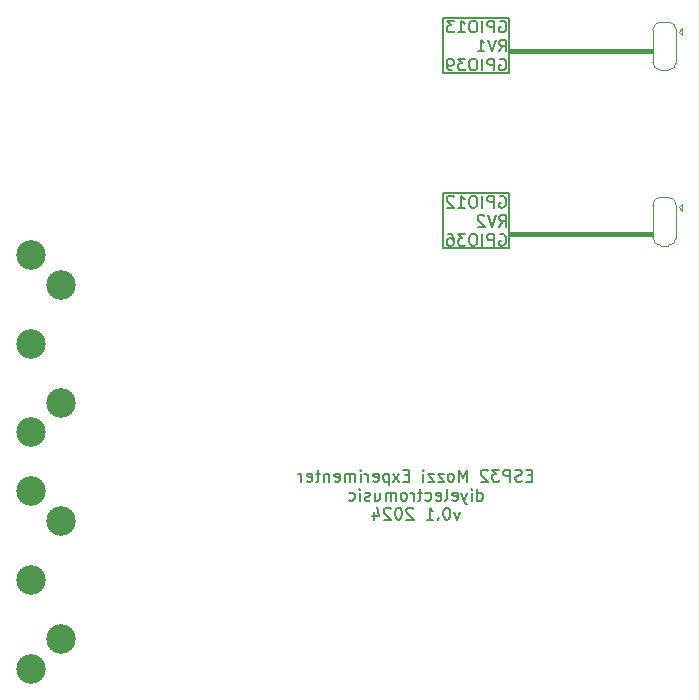
<source format=gbr>
%TF.GenerationSoftware,KiCad,Pcbnew,8.0.5*%
%TF.CreationDate,2024-11-21T14:48:29+00:00*%
%TF.ProjectId,ESP32MozziExperimenterShield,45535033-324d-46f7-9a7a-694578706572,rev?*%
%TF.SameCoordinates,Original*%
%TF.FileFunction,Legend,Bot*%
%TF.FilePolarity,Positive*%
%FSLAX46Y46*%
G04 Gerber Fmt 4.6, Leading zero omitted, Abs format (unit mm)*
G04 Created by KiCad (PCBNEW 8.0.5) date 2024-11-21 14:48:29*
%MOMM*%
%LPD*%
G01*
G04 APERTURE LIST*
%ADD10C,0.400000*%
%ADD11C,0.150000*%
%ADD12C,0.120000*%
%ADD13C,2.499360*%
G04 APERTURE END LIST*
D10*
X114970000Y-58180000D02*
X103070000Y-58180000D01*
D11*
X97310000Y-70230000D02*
X102950000Y-70230000D01*
X102950000Y-74920000D01*
X97310000Y-74920000D01*
X97310000Y-70230000D01*
X97310000Y-55400000D02*
X102950000Y-55400000D01*
X102950000Y-60090000D01*
X97310000Y-60090000D01*
X97310000Y-55400000D01*
D10*
X114970000Y-73670000D02*
X103070000Y-73670000D01*
D11*
X104883333Y-94136121D02*
X104550000Y-94136121D01*
X104407143Y-94659931D02*
X104883333Y-94659931D01*
X104883333Y-94659931D02*
X104883333Y-93659931D01*
X104883333Y-93659931D02*
X104407143Y-93659931D01*
X104026190Y-94612312D02*
X103883333Y-94659931D01*
X103883333Y-94659931D02*
X103645238Y-94659931D01*
X103645238Y-94659931D02*
X103550000Y-94612312D01*
X103550000Y-94612312D02*
X103502381Y-94564692D01*
X103502381Y-94564692D02*
X103454762Y-94469454D01*
X103454762Y-94469454D02*
X103454762Y-94374216D01*
X103454762Y-94374216D02*
X103502381Y-94278978D01*
X103502381Y-94278978D02*
X103550000Y-94231359D01*
X103550000Y-94231359D02*
X103645238Y-94183740D01*
X103645238Y-94183740D02*
X103835714Y-94136121D01*
X103835714Y-94136121D02*
X103930952Y-94088502D01*
X103930952Y-94088502D02*
X103978571Y-94040883D01*
X103978571Y-94040883D02*
X104026190Y-93945645D01*
X104026190Y-93945645D02*
X104026190Y-93850407D01*
X104026190Y-93850407D02*
X103978571Y-93755169D01*
X103978571Y-93755169D02*
X103930952Y-93707550D01*
X103930952Y-93707550D02*
X103835714Y-93659931D01*
X103835714Y-93659931D02*
X103597619Y-93659931D01*
X103597619Y-93659931D02*
X103454762Y-93707550D01*
X103026190Y-94659931D02*
X103026190Y-93659931D01*
X103026190Y-93659931D02*
X102645238Y-93659931D01*
X102645238Y-93659931D02*
X102550000Y-93707550D01*
X102550000Y-93707550D02*
X102502381Y-93755169D01*
X102502381Y-93755169D02*
X102454762Y-93850407D01*
X102454762Y-93850407D02*
X102454762Y-93993264D01*
X102454762Y-93993264D02*
X102502381Y-94088502D01*
X102502381Y-94088502D02*
X102550000Y-94136121D01*
X102550000Y-94136121D02*
X102645238Y-94183740D01*
X102645238Y-94183740D02*
X103026190Y-94183740D01*
X102121428Y-93659931D02*
X101502381Y-93659931D01*
X101502381Y-93659931D02*
X101835714Y-94040883D01*
X101835714Y-94040883D02*
X101692857Y-94040883D01*
X101692857Y-94040883D02*
X101597619Y-94088502D01*
X101597619Y-94088502D02*
X101550000Y-94136121D01*
X101550000Y-94136121D02*
X101502381Y-94231359D01*
X101502381Y-94231359D02*
X101502381Y-94469454D01*
X101502381Y-94469454D02*
X101550000Y-94564692D01*
X101550000Y-94564692D02*
X101597619Y-94612312D01*
X101597619Y-94612312D02*
X101692857Y-94659931D01*
X101692857Y-94659931D02*
X101978571Y-94659931D01*
X101978571Y-94659931D02*
X102073809Y-94612312D01*
X102073809Y-94612312D02*
X102121428Y-94564692D01*
X101121428Y-93755169D02*
X101073809Y-93707550D01*
X101073809Y-93707550D02*
X100978571Y-93659931D01*
X100978571Y-93659931D02*
X100740476Y-93659931D01*
X100740476Y-93659931D02*
X100645238Y-93707550D01*
X100645238Y-93707550D02*
X100597619Y-93755169D01*
X100597619Y-93755169D02*
X100550000Y-93850407D01*
X100550000Y-93850407D02*
X100550000Y-93945645D01*
X100550000Y-93945645D02*
X100597619Y-94088502D01*
X100597619Y-94088502D02*
X101169047Y-94659931D01*
X101169047Y-94659931D02*
X100550000Y-94659931D01*
X99359523Y-94659931D02*
X99359523Y-93659931D01*
X99359523Y-93659931D02*
X99026190Y-94374216D01*
X99026190Y-94374216D02*
X98692857Y-93659931D01*
X98692857Y-93659931D02*
X98692857Y-94659931D01*
X98073809Y-94659931D02*
X98169047Y-94612312D01*
X98169047Y-94612312D02*
X98216666Y-94564692D01*
X98216666Y-94564692D02*
X98264285Y-94469454D01*
X98264285Y-94469454D02*
X98264285Y-94183740D01*
X98264285Y-94183740D02*
X98216666Y-94088502D01*
X98216666Y-94088502D02*
X98169047Y-94040883D01*
X98169047Y-94040883D02*
X98073809Y-93993264D01*
X98073809Y-93993264D02*
X97930952Y-93993264D01*
X97930952Y-93993264D02*
X97835714Y-94040883D01*
X97835714Y-94040883D02*
X97788095Y-94088502D01*
X97788095Y-94088502D02*
X97740476Y-94183740D01*
X97740476Y-94183740D02*
X97740476Y-94469454D01*
X97740476Y-94469454D02*
X97788095Y-94564692D01*
X97788095Y-94564692D02*
X97835714Y-94612312D01*
X97835714Y-94612312D02*
X97930952Y-94659931D01*
X97930952Y-94659931D02*
X98073809Y-94659931D01*
X97407142Y-93993264D02*
X96883333Y-93993264D01*
X96883333Y-93993264D02*
X97407142Y-94659931D01*
X97407142Y-94659931D02*
X96883333Y-94659931D01*
X96597618Y-93993264D02*
X96073809Y-93993264D01*
X96073809Y-93993264D02*
X96597618Y-94659931D01*
X96597618Y-94659931D02*
X96073809Y-94659931D01*
X95692856Y-94659931D02*
X95692856Y-93993264D01*
X95692856Y-93659931D02*
X95740475Y-93707550D01*
X95740475Y-93707550D02*
X95692856Y-93755169D01*
X95692856Y-93755169D02*
X95645237Y-93707550D01*
X95645237Y-93707550D02*
X95692856Y-93659931D01*
X95692856Y-93659931D02*
X95692856Y-93755169D01*
X94454761Y-94136121D02*
X94121428Y-94136121D01*
X93978571Y-94659931D02*
X94454761Y-94659931D01*
X94454761Y-94659931D02*
X94454761Y-93659931D01*
X94454761Y-93659931D02*
X93978571Y-93659931D01*
X93645237Y-94659931D02*
X93121428Y-93993264D01*
X93645237Y-93993264D02*
X93121428Y-94659931D01*
X92740475Y-93993264D02*
X92740475Y-94993264D01*
X92740475Y-94040883D02*
X92645237Y-93993264D01*
X92645237Y-93993264D02*
X92454761Y-93993264D01*
X92454761Y-93993264D02*
X92359523Y-94040883D01*
X92359523Y-94040883D02*
X92311904Y-94088502D01*
X92311904Y-94088502D02*
X92264285Y-94183740D01*
X92264285Y-94183740D02*
X92264285Y-94469454D01*
X92264285Y-94469454D02*
X92311904Y-94564692D01*
X92311904Y-94564692D02*
X92359523Y-94612312D01*
X92359523Y-94612312D02*
X92454761Y-94659931D01*
X92454761Y-94659931D02*
X92645237Y-94659931D01*
X92645237Y-94659931D02*
X92740475Y-94612312D01*
X91454761Y-94612312D02*
X91549999Y-94659931D01*
X91549999Y-94659931D02*
X91740475Y-94659931D01*
X91740475Y-94659931D02*
X91835713Y-94612312D01*
X91835713Y-94612312D02*
X91883332Y-94517073D01*
X91883332Y-94517073D02*
X91883332Y-94136121D01*
X91883332Y-94136121D02*
X91835713Y-94040883D01*
X91835713Y-94040883D02*
X91740475Y-93993264D01*
X91740475Y-93993264D02*
X91549999Y-93993264D01*
X91549999Y-93993264D02*
X91454761Y-94040883D01*
X91454761Y-94040883D02*
X91407142Y-94136121D01*
X91407142Y-94136121D02*
X91407142Y-94231359D01*
X91407142Y-94231359D02*
X91883332Y-94326597D01*
X90978570Y-94659931D02*
X90978570Y-93993264D01*
X90978570Y-94183740D02*
X90930951Y-94088502D01*
X90930951Y-94088502D02*
X90883332Y-94040883D01*
X90883332Y-94040883D02*
X90788094Y-93993264D01*
X90788094Y-93993264D02*
X90692856Y-93993264D01*
X90359522Y-94659931D02*
X90359522Y-93993264D01*
X90359522Y-93659931D02*
X90407141Y-93707550D01*
X90407141Y-93707550D02*
X90359522Y-93755169D01*
X90359522Y-93755169D02*
X90311903Y-93707550D01*
X90311903Y-93707550D02*
X90359522Y-93659931D01*
X90359522Y-93659931D02*
X90359522Y-93755169D01*
X89883332Y-94659931D02*
X89883332Y-93993264D01*
X89883332Y-94088502D02*
X89835713Y-94040883D01*
X89835713Y-94040883D02*
X89740475Y-93993264D01*
X89740475Y-93993264D02*
X89597618Y-93993264D01*
X89597618Y-93993264D02*
X89502380Y-94040883D01*
X89502380Y-94040883D02*
X89454761Y-94136121D01*
X89454761Y-94136121D02*
X89454761Y-94659931D01*
X89454761Y-94136121D02*
X89407142Y-94040883D01*
X89407142Y-94040883D02*
X89311904Y-93993264D01*
X89311904Y-93993264D02*
X89169047Y-93993264D01*
X89169047Y-93993264D02*
X89073808Y-94040883D01*
X89073808Y-94040883D02*
X89026189Y-94136121D01*
X89026189Y-94136121D02*
X89026189Y-94659931D01*
X88169047Y-94612312D02*
X88264285Y-94659931D01*
X88264285Y-94659931D02*
X88454761Y-94659931D01*
X88454761Y-94659931D02*
X88549999Y-94612312D01*
X88549999Y-94612312D02*
X88597618Y-94517073D01*
X88597618Y-94517073D02*
X88597618Y-94136121D01*
X88597618Y-94136121D02*
X88549999Y-94040883D01*
X88549999Y-94040883D02*
X88454761Y-93993264D01*
X88454761Y-93993264D02*
X88264285Y-93993264D01*
X88264285Y-93993264D02*
X88169047Y-94040883D01*
X88169047Y-94040883D02*
X88121428Y-94136121D01*
X88121428Y-94136121D02*
X88121428Y-94231359D01*
X88121428Y-94231359D02*
X88597618Y-94326597D01*
X87692856Y-93993264D02*
X87692856Y-94659931D01*
X87692856Y-94088502D02*
X87645237Y-94040883D01*
X87645237Y-94040883D02*
X87549999Y-93993264D01*
X87549999Y-93993264D02*
X87407142Y-93993264D01*
X87407142Y-93993264D02*
X87311904Y-94040883D01*
X87311904Y-94040883D02*
X87264285Y-94136121D01*
X87264285Y-94136121D02*
X87264285Y-94659931D01*
X86930951Y-93993264D02*
X86549999Y-93993264D01*
X86788094Y-93659931D02*
X86788094Y-94517073D01*
X86788094Y-94517073D02*
X86740475Y-94612312D01*
X86740475Y-94612312D02*
X86645237Y-94659931D01*
X86645237Y-94659931D02*
X86549999Y-94659931D01*
X85835713Y-94612312D02*
X85930951Y-94659931D01*
X85930951Y-94659931D02*
X86121427Y-94659931D01*
X86121427Y-94659931D02*
X86216665Y-94612312D01*
X86216665Y-94612312D02*
X86264284Y-94517073D01*
X86264284Y-94517073D02*
X86264284Y-94136121D01*
X86264284Y-94136121D02*
X86216665Y-94040883D01*
X86216665Y-94040883D02*
X86121427Y-93993264D01*
X86121427Y-93993264D02*
X85930951Y-93993264D01*
X85930951Y-93993264D02*
X85835713Y-94040883D01*
X85835713Y-94040883D02*
X85788094Y-94136121D01*
X85788094Y-94136121D02*
X85788094Y-94231359D01*
X85788094Y-94231359D02*
X86264284Y-94326597D01*
X85359522Y-94659931D02*
X85359522Y-93993264D01*
X85359522Y-94183740D02*
X85311903Y-94088502D01*
X85311903Y-94088502D02*
X85264284Y-94040883D01*
X85264284Y-94040883D02*
X85169046Y-93993264D01*
X85169046Y-93993264D02*
X85073808Y-93993264D01*
X100240476Y-96269875D02*
X100240476Y-95269875D01*
X100240476Y-96222256D02*
X100335714Y-96269875D01*
X100335714Y-96269875D02*
X100526190Y-96269875D01*
X100526190Y-96269875D02*
X100621428Y-96222256D01*
X100621428Y-96222256D02*
X100669047Y-96174636D01*
X100669047Y-96174636D02*
X100716666Y-96079398D01*
X100716666Y-96079398D02*
X100716666Y-95793684D01*
X100716666Y-95793684D02*
X100669047Y-95698446D01*
X100669047Y-95698446D02*
X100621428Y-95650827D01*
X100621428Y-95650827D02*
X100526190Y-95603208D01*
X100526190Y-95603208D02*
X100335714Y-95603208D01*
X100335714Y-95603208D02*
X100240476Y-95650827D01*
X99764285Y-96269875D02*
X99764285Y-95603208D01*
X99764285Y-95269875D02*
X99811904Y-95317494D01*
X99811904Y-95317494D02*
X99764285Y-95365113D01*
X99764285Y-95365113D02*
X99716666Y-95317494D01*
X99716666Y-95317494D02*
X99764285Y-95269875D01*
X99764285Y-95269875D02*
X99764285Y-95365113D01*
X99383333Y-95603208D02*
X99145238Y-96269875D01*
X98907143Y-95603208D02*
X99145238Y-96269875D01*
X99145238Y-96269875D02*
X99240476Y-96507970D01*
X99240476Y-96507970D02*
X99288095Y-96555589D01*
X99288095Y-96555589D02*
X99383333Y-96603208D01*
X98145238Y-96222256D02*
X98240476Y-96269875D01*
X98240476Y-96269875D02*
X98430952Y-96269875D01*
X98430952Y-96269875D02*
X98526190Y-96222256D01*
X98526190Y-96222256D02*
X98573809Y-96127017D01*
X98573809Y-96127017D02*
X98573809Y-95746065D01*
X98573809Y-95746065D02*
X98526190Y-95650827D01*
X98526190Y-95650827D02*
X98430952Y-95603208D01*
X98430952Y-95603208D02*
X98240476Y-95603208D01*
X98240476Y-95603208D02*
X98145238Y-95650827D01*
X98145238Y-95650827D02*
X98097619Y-95746065D01*
X98097619Y-95746065D02*
X98097619Y-95841303D01*
X98097619Y-95841303D02*
X98573809Y-95936541D01*
X97526190Y-96269875D02*
X97621428Y-96222256D01*
X97621428Y-96222256D02*
X97669047Y-96127017D01*
X97669047Y-96127017D02*
X97669047Y-95269875D01*
X96764285Y-96222256D02*
X96859523Y-96269875D01*
X96859523Y-96269875D02*
X97049999Y-96269875D01*
X97049999Y-96269875D02*
X97145237Y-96222256D01*
X97145237Y-96222256D02*
X97192856Y-96127017D01*
X97192856Y-96127017D02*
X97192856Y-95746065D01*
X97192856Y-95746065D02*
X97145237Y-95650827D01*
X97145237Y-95650827D02*
X97049999Y-95603208D01*
X97049999Y-95603208D02*
X96859523Y-95603208D01*
X96859523Y-95603208D02*
X96764285Y-95650827D01*
X96764285Y-95650827D02*
X96716666Y-95746065D01*
X96716666Y-95746065D02*
X96716666Y-95841303D01*
X96716666Y-95841303D02*
X97192856Y-95936541D01*
X95859523Y-96222256D02*
X95954761Y-96269875D01*
X95954761Y-96269875D02*
X96145237Y-96269875D01*
X96145237Y-96269875D02*
X96240475Y-96222256D01*
X96240475Y-96222256D02*
X96288094Y-96174636D01*
X96288094Y-96174636D02*
X96335713Y-96079398D01*
X96335713Y-96079398D02*
X96335713Y-95793684D01*
X96335713Y-95793684D02*
X96288094Y-95698446D01*
X96288094Y-95698446D02*
X96240475Y-95650827D01*
X96240475Y-95650827D02*
X96145237Y-95603208D01*
X96145237Y-95603208D02*
X95954761Y-95603208D01*
X95954761Y-95603208D02*
X95859523Y-95650827D01*
X95573808Y-95603208D02*
X95192856Y-95603208D01*
X95430951Y-95269875D02*
X95430951Y-96127017D01*
X95430951Y-96127017D02*
X95383332Y-96222256D01*
X95383332Y-96222256D02*
X95288094Y-96269875D01*
X95288094Y-96269875D02*
X95192856Y-96269875D01*
X94859522Y-96269875D02*
X94859522Y-95603208D01*
X94859522Y-95793684D02*
X94811903Y-95698446D01*
X94811903Y-95698446D02*
X94764284Y-95650827D01*
X94764284Y-95650827D02*
X94669046Y-95603208D01*
X94669046Y-95603208D02*
X94573808Y-95603208D01*
X94097617Y-96269875D02*
X94192855Y-96222256D01*
X94192855Y-96222256D02*
X94240474Y-96174636D01*
X94240474Y-96174636D02*
X94288093Y-96079398D01*
X94288093Y-96079398D02*
X94288093Y-95793684D01*
X94288093Y-95793684D02*
X94240474Y-95698446D01*
X94240474Y-95698446D02*
X94192855Y-95650827D01*
X94192855Y-95650827D02*
X94097617Y-95603208D01*
X94097617Y-95603208D02*
X93954760Y-95603208D01*
X93954760Y-95603208D02*
X93859522Y-95650827D01*
X93859522Y-95650827D02*
X93811903Y-95698446D01*
X93811903Y-95698446D02*
X93764284Y-95793684D01*
X93764284Y-95793684D02*
X93764284Y-96079398D01*
X93764284Y-96079398D02*
X93811903Y-96174636D01*
X93811903Y-96174636D02*
X93859522Y-96222256D01*
X93859522Y-96222256D02*
X93954760Y-96269875D01*
X93954760Y-96269875D02*
X94097617Y-96269875D01*
X93335712Y-96269875D02*
X93335712Y-95603208D01*
X93335712Y-95698446D02*
X93288093Y-95650827D01*
X93288093Y-95650827D02*
X93192855Y-95603208D01*
X93192855Y-95603208D02*
X93049998Y-95603208D01*
X93049998Y-95603208D02*
X92954760Y-95650827D01*
X92954760Y-95650827D02*
X92907141Y-95746065D01*
X92907141Y-95746065D02*
X92907141Y-96269875D01*
X92907141Y-95746065D02*
X92859522Y-95650827D01*
X92859522Y-95650827D02*
X92764284Y-95603208D01*
X92764284Y-95603208D02*
X92621427Y-95603208D01*
X92621427Y-95603208D02*
X92526188Y-95650827D01*
X92526188Y-95650827D02*
X92478569Y-95746065D01*
X92478569Y-95746065D02*
X92478569Y-96269875D01*
X91573808Y-95603208D02*
X91573808Y-96269875D01*
X92002379Y-95603208D02*
X92002379Y-96127017D01*
X92002379Y-96127017D02*
X91954760Y-96222256D01*
X91954760Y-96222256D02*
X91859522Y-96269875D01*
X91859522Y-96269875D02*
X91716665Y-96269875D01*
X91716665Y-96269875D02*
X91621427Y-96222256D01*
X91621427Y-96222256D02*
X91573808Y-96174636D01*
X91145236Y-96222256D02*
X91049998Y-96269875D01*
X91049998Y-96269875D02*
X90859522Y-96269875D01*
X90859522Y-96269875D02*
X90764284Y-96222256D01*
X90764284Y-96222256D02*
X90716665Y-96127017D01*
X90716665Y-96127017D02*
X90716665Y-96079398D01*
X90716665Y-96079398D02*
X90764284Y-95984160D01*
X90764284Y-95984160D02*
X90859522Y-95936541D01*
X90859522Y-95936541D02*
X91002379Y-95936541D01*
X91002379Y-95936541D02*
X91097617Y-95888922D01*
X91097617Y-95888922D02*
X91145236Y-95793684D01*
X91145236Y-95793684D02*
X91145236Y-95746065D01*
X91145236Y-95746065D02*
X91097617Y-95650827D01*
X91097617Y-95650827D02*
X91002379Y-95603208D01*
X91002379Y-95603208D02*
X90859522Y-95603208D01*
X90859522Y-95603208D02*
X90764284Y-95650827D01*
X90288093Y-96269875D02*
X90288093Y-95603208D01*
X90288093Y-95269875D02*
X90335712Y-95317494D01*
X90335712Y-95317494D02*
X90288093Y-95365113D01*
X90288093Y-95365113D02*
X90240474Y-95317494D01*
X90240474Y-95317494D02*
X90288093Y-95269875D01*
X90288093Y-95269875D02*
X90288093Y-95365113D01*
X89383332Y-96222256D02*
X89478570Y-96269875D01*
X89478570Y-96269875D02*
X89669046Y-96269875D01*
X89669046Y-96269875D02*
X89764284Y-96222256D01*
X89764284Y-96222256D02*
X89811903Y-96174636D01*
X89811903Y-96174636D02*
X89859522Y-96079398D01*
X89859522Y-96079398D02*
X89859522Y-95793684D01*
X89859522Y-95793684D02*
X89811903Y-95698446D01*
X89811903Y-95698446D02*
X89764284Y-95650827D01*
X89764284Y-95650827D02*
X89669046Y-95603208D01*
X89669046Y-95603208D02*
X89478570Y-95603208D01*
X89478570Y-95603208D02*
X89383332Y-95650827D01*
X98764285Y-97213152D02*
X98526190Y-97879819D01*
X98526190Y-97879819D02*
X98288095Y-97213152D01*
X97716666Y-96879819D02*
X97621428Y-96879819D01*
X97621428Y-96879819D02*
X97526190Y-96927438D01*
X97526190Y-96927438D02*
X97478571Y-96975057D01*
X97478571Y-96975057D02*
X97430952Y-97070295D01*
X97430952Y-97070295D02*
X97383333Y-97260771D01*
X97383333Y-97260771D02*
X97383333Y-97498866D01*
X97383333Y-97498866D02*
X97430952Y-97689342D01*
X97430952Y-97689342D02*
X97478571Y-97784580D01*
X97478571Y-97784580D02*
X97526190Y-97832200D01*
X97526190Y-97832200D02*
X97621428Y-97879819D01*
X97621428Y-97879819D02*
X97716666Y-97879819D01*
X97716666Y-97879819D02*
X97811904Y-97832200D01*
X97811904Y-97832200D02*
X97859523Y-97784580D01*
X97859523Y-97784580D02*
X97907142Y-97689342D01*
X97907142Y-97689342D02*
X97954761Y-97498866D01*
X97954761Y-97498866D02*
X97954761Y-97260771D01*
X97954761Y-97260771D02*
X97907142Y-97070295D01*
X97907142Y-97070295D02*
X97859523Y-96975057D01*
X97859523Y-96975057D02*
X97811904Y-96927438D01*
X97811904Y-96927438D02*
X97716666Y-96879819D01*
X96954761Y-97784580D02*
X96907142Y-97832200D01*
X96907142Y-97832200D02*
X96954761Y-97879819D01*
X96954761Y-97879819D02*
X97002380Y-97832200D01*
X97002380Y-97832200D02*
X96954761Y-97784580D01*
X96954761Y-97784580D02*
X96954761Y-97879819D01*
X95954762Y-97879819D02*
X96526190Y-97879819D01*
X96240476Y-97879819D02*
X96240476Y-96879819D01*
X96240476Y-96879819D02*
X96335714Y-97022676D01*
X96335714Y-97022676D02*
X96430952Y-97117914D01*
X96430952Y-97117914D02*
X96526190Y-97165533D01*
X94811904Y-96975057D02*
X94764285Y-96927438D01*
X94764285Y-96927438D02*
X94669047Y-96879819D01*
X94669047Y-96879819D02*
X94430952Y-96879819D01*
X94430952Y-96879819D02*
X94335714Y-96927438D01*
X94335714Y-96927438D02*
X94288095Y-96975057D01*
X94288095Y-96975057D02*
X94240476Y-97070295D01*
X94240476Y-97070295D02*
X94240476Y-97165533D01*
X94240476Y-97165533D02*
X94288095Y-97308390D01*
X94288095Y-97308390D02*
X94859523Y-97879819D01*
X94859523Y-97879819D02*
X94240476Y-97879819D01*
X93621428Y-96879819D02*
X93526190Y-96879819D01*
X93526190Y-96879819D02*
X93430952Y-96927438D01*
X93430952Y-96927438D02*
X93383333Y-96975057D01*
X93383333Y-96975057D02*
X93335714Y-97070295D01*
X93335714Y-97070295D02*
X93288095Y-97260771D01*
X93288095Y-97260771D02*
X93288095Y-97498866D01*
X93288095Y-97498866D02*
X93335714Y-97689342D01*
X93335714Y-97689342D02*
X93383333Y-97784580D01*
X93383333Y-97784580D02*
X93430952Y-97832200D01*
X93430952Y-97832200D02*
X93526190Y-97879819D01*
X93526190Y-97879819D02*
X93621428Y-97879819D01*
X93621428Y-97879819D02*
X93716666Y-97832200D01*
X93716666Y-97832200D02*
X93764285Y-97784580D01*
X93764285Y-97784580D02*
X93811904Y-97689342D01*
X93811904Y-97689342D02*
X93859523Y-97498866D01*
X93859523Y-97498866D02*
X93859523Y-97260771D01*
X93859523Y-97260771D02*
X93811904Y-97070295D01*
X93811904Y-97070295D02*
X93764285Y-96975057D01*
X93764285Y-96975057D02*
X93716666Y-96927438D01*
X93716666Y-96927438D02*
X93621428Y-96879819D01*
X92907142Y-96975057D02*
X92859523Y-96927438D01*
X92859523Y-96927438D02*
X92764285Y-96879819D01*
X92764285Y-96879819D02*
X92526190Y-96879819D01*
X92526190Y-96879819D02*
X92430952Y-96927438D01*
X92430952Y-96927438D02*
X92383333Y-96975057D01*
X92383333Y-96975057D02*
X92335714Y-97070295D01*
X92335714Y-97070295D02*
X92335714Y-97165533D01*
X92335714Y-97165533D02*
X92383333Y-97308390D01*
X92383333Y-97308390D02*
X92954761Y-97879819D01*
X92954761Y-97879819D02*
X92335714Y-97879819D01*
X91478571Y-97213152D02*
X91478571Y-97879819D01*
X91716666Y-96832200D02*
X91954761Y-97546485D01*
X91954761Y-97546485D02*
X91335714Y-97546485D01*
X102139411Y-55682494D02*
X102234649Y-55634875D01*
X102234649Y-55634875D02*
X102377506Y-55634875D01*
X102377506Y-55634875D02*
X102520363Y-55682494D01*
X102520363Y-55682494D02*
X102615601Y-55777732D01*
X102615601Y-55777732D02*
X102663220Y-55872970D01*
X102663220Y-55872970D02*
X102710839Y-56063446D01*
X102710839Y-56063446D02*
X102710839Y-56206303D01*
X102710839Y-56206303D02*
X102663220Y-56396779D01*
X102663220Y-56396779D02*
X102615601Y-56492017D01*
X102615601Y-56492017D02*
X102520363Y-56587256D01*
X102520363Y-56587256D02*
X102377506Y-56634875D01*
X102377506Y-56634875D02*
X102282268Y-56634875D01*
X102282268Y-56634875D02*
X102139411Y-56587256D01*
X102139411Y-56587256D02*
X102091792Y-56539636D01*
X102091792Y-56539636D02*
X102091792Y-56206303D01*
X102091792Y-56206303D02*
X102282268Y-56206303D01*
X101663220Y-56634875D02*
X101663220Y-55634875D01*
X101663220Y-55634875D02*
X101282268Y-55634875D01*
X101282268Y-55634875D02*
X101187030Y-55682494D01*
X101187030Y-55682494D02*
X101139411Y-55730113D01*
X101139411Y-55730113D02*
X101091792Y-55825351D01*
X101091792Y-55825351D02*
X101091792Y-55968208D01*
X101091792Y-55968208D02*
X101139411Y-56063446D01*
X101139411Y-56063446D02*
X101187030Y-56111065D01*
X101187030Y-56111065D02*
X101282268Y-56158684D01*
X101282268Y-56158684D02*
X101663220Y-56158684D01*
X100663220Y-56634875D02*
X100663220Y-55634875D01*
X99996554Y-55634875D02*
X99806078Y-55634875D01*
X99806078Y-55634875D02*
X99710840Y-55682494D01*
X99710840Y-55682494D02*
X99615602Y-55777732D01*
X99615602Y-55777732D02*
X99567983Y-55968208D01*
X99567983Y-55968208D02*
X99567983Y-56301541D01*
X99567983Y-56301541D02*
X99615602Y-56492017D01*
X99615602Y-56492017D02*
X99710840Y-56587256D01*
X99710840Y-56587256D02*
X99806078Y-56634875D01*
X99806078Y-56634875D02*
X99996554Y-56634875D01*
X99996554Y-56634875D02*
X100091792Y-56587256D01*
X100091792Y-56587256D02*
X100187030Y-56492017D01*
X100187030Y-56492017D02*
X100234649Y-56301541D01*
X100234649Y-56301541D02*
X100234649Y-55968208D01*
X100234649Y-55968208D02*
X100187030Y-55777732D01*
X100187030Y-55777732D02*
X100091792Y-55682494D01*
X100091792Y-55682494D02*
X99996554Y-55634875D01*
X98615602Y-56634875D02*
X99187030Y-56634875D01*
X98901316Y-56634875D02*
X98901316Y-55634875D01*
X98901316Y-55634875D02*
X98996554Y-55777732D01*
X98996554Y-55777732D02*
X99091792Y-55872970D01*
X99091792Y-55872970D02*
X99187030Y-55920589D01*
X98282268Y-55634875D02*
X97663221Y-55634875D01*
X97663221Y-55634875D02*
X97996554Y-56015827D01*
X97996554Y-56015827D02*
X97853697Y-56015827D01*
X97853697Y-56015827D02*
X97758459Y-56063446D01*
X97758459Y-56063446D02*
X97710840Y-56111065D01*
X97710840Y-56111065D02*
X97663221Y-56206303D01*
X97663221Y-56206303D02*
X97663221Y-56444398D01*
X97663221Y-56444398D02*
X97710840Y-56539636D01*
X97710840Y-56539636D02*
X97758459Y-56587256D01*
X97758459Y-56587256D02*
X97853697Y-56634875D01*
X97853697Y-56634875D02*
X98139411Y-56634875D01*
X98139411Y-56634875D02*
X98234649Y-56587256D01*
X98234649Y-56587256D02*
X98282268Y-56539636D01*
X102091792Y-58244819D02*
X102425125Y-57768628D01*
X102663220Y-58244819D02*
X102663220Y-57244819D01*
X102663220Y-57244819D02*
X102282268Y-57244819D01*
X102282268Y-57244819D02*
X102187030Y-57292438D01*
X102187030Y-57292438D02*
X102139411Y-57340057D01*
X102139411Y-57340057D02*
X102091792Y-57435295D01*
X102091792Y-57435295D02*
X102091792Y-57578152D01*
X102091792Y-57578152D02*
X102139411Y-57673390D01*
X102139411Y-57673390D02*
X102187030Y-57721009D01*
X102187030Y-57721009D02*
X102282268Y-57768628D01*
X102282268Y-57768628D02*
X102663220Y-57768628D01*
X101806077Y-57244819D02*
X101472744Y-58244819D01*
X101472744Y-58244819D02*
X101139411Y-57244819D01*
X100282268Y-58244819D02*
X100853696Y-58244819D01*
X100567982Y-58244819D02*
X100567982Y-57244819D01*
X100567982Y-57244819D02*
X100663220Y-57387676D01*
X100663220Y-57387676D02*
X100758458Y-57482914D01*
X100758458Y-57482914D02*
X100853696Y-57530533D01*
X102139411Y-58902382D02*
X102234649Y-58854763D01*
X102234649Y-58854763D02*
X102377506Y-58854763D01*
X102377506Y-58854763D02*
X102520363Y-58902382D01*
X102520363Y-58902382D02*
X102615601Y-58997620D01*
X102615601Y-58997620D02*
X102663220Y-59092858D01*
X102663220Y-59092858D02*
X102710839Y-59283334D01*
X102710839Y-59283334D02*
X102710839Y-59426191D01*
X102710839Y-59426191D02*
X102663220Y-59616667D01*
X102663220Y-59616667D02*
X102615601Y-59711905D01*
X102615601Y-59711905D02*
X102520363Y-59807144D01*
X102520363Y-59807144D02*
X102377506Y-59854763D01*
X102377506Y-59854763D02*
X102282268Y-59854763D01*
X102282268Y-59854763D02*
X102139411Y-59807144D01*
X102139411Y-59807144D02*
X102091792Y-59759524D01*
X102091792Y-59759524D02*
X102091792Y-59426191D01*
X102091792Y-59426191D02*
X102282268Y-59426191D01*
X101663220Y-59854763D02*
X101663220Y-58854763D01*
X101663220Y-58854763D02*
X101282268Y-58854763D01*
X101282268Y-58854763D02*
X101187030Y-58902382D01*
X101187030Y-58902382D02*
X101139411Y-58950001D01*
X101139411Y-58950001D02*
X101091792Y-59045239D01*
X101091792Y-59045239D02*
X101091792Y-59188096D01*
X101091792Y-59188096D02*
X101139411Y-59283334D01*
X101139411Y-59283334D02*
X101187030Y-59330953D01*
X101187030Y-59330953D02*
X101282268Y-59378572D01*
X101282268Y-59378572D02*
X101663220Y-59378572D01*
X100663220Y-59854763D02*
X100663220Y-58854763D01*
X99996554Y-58854763D02*
X99806078Y-58854763D01*
X99806078Y-58854763D02*
X99710840Y-58902382D01*
X99710840Y-58902382D02*
X99615602Y-58997620D01*
X99615602Y-58997620D02*
X99567983Y-59188096D01*
X99567983Y-59188096D02*
X99567983Y-59521429D01*
X99567983Y-59521429D02*
X99615602Y-59711905D01*
X99615602Y-59711905D02*
X99710840Y-59807144D01*
X99710840Y-59807144D02*
X99806078Y-59854763D01*
X99806078Y-59854763D02*
X99996554Y-59854763D01*
X99996554Y-59854763D02*
X100091792Y-59807144D01*
X100091792Y-59807144D02*
X100187030Y-59711905D01*
X100187030Y-59711905D02*
X100234649Y-59521429D01*
X100234649Y-59521429D02*
X100234649Y-59188096D01*
X100234649Y-59188096D02*
X100187030Y-58997620D01*
X100187030Y-58997620D02*
X100091792Y-58902382D01*
X100091792Y-58902382D02*
X99996554Y-58854763D01*
X99234649Y-58854763D02*
X98615602Y-58854763D01*
X98615602Y-58854763D02*
X98948935Y-59235715D01*
X98948935Y-59235715D02*
X98806078Y-59235715D01*
X98806078Y-59235715D02*
X98710840Y-59283334D01*
X98710840Y-59283334D02*
X98663221Y-59330953D01*
X98663221Y-59330953D02*
X98615602Y-59426191D01*
X98615602Y-59426191D02*
X98615602Y-59664286D01*
X98615602Y-59664286D02*
X98663221Y-59759524D01*
X98663221Y-59759524D02*
X98710840Y-59807144D01*
X98710840Y-59807144D02*
X98806078Y-59854763D01*
X98806078Y-59854763D02*
X99091792Y-59854763D01*
X99091792Y-59854763D02*
X99187030Y-59807144D01*
X99187030Y-59807144D02*
X99234649Y-59759524D01*
X98139411Y-59854763D02*
X97948935Y-59854763D01*
X97948935Y-59854763D02*
X97853697Y-59807144D01*
X97853697Y-59807144D02*
X97806078Y-59759524D01*
X97806078Y-59759524D02*
X97710840Y-59616667D01*
X97710840Y-59616667D02*
X97663221Y-59426191D01*
X97663221Y-59426191D02*
X97663221Y-59045239D01*
X97663221Y-59045239D02*
X97710840Y-58950001D01*
X97710840Y-58950001D02*
X97758459Y-58902382D01*
X97758459Y-58902382D02*
X97853697Y-58854763D01*
X97853697Y-58854763D02*
X98044173Y-58854763D01*
X98044173Y-58854763D02*
X98139411Y-58902382D01*
X98139411Y-58902382D02*
X98187030Y-58950001D01*
X98187030Y-58950001D02*
X98234649Y-59045239D01*
X98234649Y-59045239D02*
X98234649Y-59283334D01*
X98234649Y-59283334D02*
X98187030Y-59378572D01*
X98187030Y-59378572D02*
X98139411Y-59426191D01*
X98139411Y-59426191D02*
X98044173Y-59473810D01*
X98044173Y-59473810D02*
X97853697Y-59473810D01*
X97853697Y-59473810D02*
X97758459Y-59426191D01*
X97758459Y-59426191D02*
X97710840Y-59378572D01*
X97710840Y-59378572D02*
X97663221Y-59283334D01*
X102139411Y-70522494D02*
X102234649Y-70474875D01*
X102234649Y-70474875D02*
X102377506Y-70474875D01*
X102377506Y-70474875D02*
X102520363Y-70522494D01*
X102520363Y-70522494D02*
X102615601Y-70617732D01*
X102615601Y-70617732D02*
X102663220Y-70712970D01*
X102663220Y-70712970D02*
X102710839Y-70903446D01*
X102710839Y-70903446D02*
X102710839Y-71046303D01*
X102710839Y-71046303D02*
X102663220Y-71236779D01*
X102663220Y-71236779D02*
X102615601Y-71332017D01*
X102615601Y-71332017D02*
X102520363Y-71427256D01*
X102520363Y-71427256D02*
X102377506Y-71474875D01*
X102377506Y-71474875D02*
X102282268Y-71474875D01*
X102282268Y-71474875D02*
X102139411Y-71427256D01*
X102139411Y-71427256D02*
X102091792Y-71379636D01*
X102091792Y-71379636D02*
X102091792Y-71046303D01*
X102091792Y-71046303D02*
X102282268Y-71046303D01*
X101663220Y-71474875D02*
X101663220Y-70474875D01*
X101663220Y-70474875D02*
X101282268Y-70474875D01*
X101282268Y-70474875D02*
X101187030Y-70522494D01*
X101187030Y-70522494D02*
X101139411Y-70570113D01*
X101139411Y-70570113D02*
X101091792Y-70665351D01*
X101091792Y-70665351D02*
X101091792Y-70808208D01*
X101091792Y-70808208D02*
X101139411Y-70903446D01*
X101139411Y-70903446D02*
X101187030Y-70951065D01*
X101187030Y-70951065D02*
X101282268Y-70998684D01*
X101282268Y-70998684D02*
X101663220Y-70998684D01*
X100663220Y-71474875D02*
X100663220Y-70474875D01*
X99996554Y-70474875D02*
X99806078Y-70474875D01*
X99806078Y-70474875D02*
X99710840Y-70522494D01*
X99710840Y-70522494D02*
X99615602Y-70617732D01*
X99615602Y-70617732D02*
X99567983Y-70808208D01*
X99567983Y-70808208D02*
X99567983Y-71141541D01*
X99567983Y-71141541D02*
X99615602Y-71332017D01*
X99615602Y-71332017D02*
X99710840Y-71427256D01*
X99710840Y-71427256D02*
X99806078Y-71474875D01*
X99806078Y-71474875D02*
X99996554Y-71474875D01*
X99996554Y-71474875D02*
X100091792Y-71427256D01*
X100091792Y-71427256D02*
X100187030Y-71332017D01*
X100187030Y-71332017D02*
X100234649Y-71141541D01*
X100234649Y-71141541D02*
X100234649Y-70808208D01*
X100234649Y-70808208D02*
X100187030Y-70617732D01*
X100187030Y-70617732D02*
X100091792Y-70522494D01*
X100091792Y-70522494D02*
X99996554Y-70474875D01*
X98615602Y-71474875D02*
X99187030Y-71474875D01*
X98901316Y-71474875D02*
X98901316Y-70474875D01*
X98901316Y-70474875D02*
X98996554Y-70617732D01*
X98996554Y-70617732D02*
X99091792Y-70712970D01*
X99091792Y-70712970D02*
X99187030Y-70760589D01*
X98234649Y-70570113D02*
X98187030Y-70522494D01*
X98187030Y-70522494D02*
X98091792Y-70474875D01*
X98091792Y-70474875D02*
X97853697Y-70474875D01*
X97853697Y-70474875D02*
X97758459Y-70522494D01*
X97758459Y-70522494D02*
X97710840Y-70570113D01*
X97710840Y-70570113D02*
X97663221Y-70665351D01*
X97663221Y-70665351D02*
X97663221Y-70760589D01*
X97663221Y-70760589D02*
X97710840Y-70903446D01*
X97710840Y-70903446D02*
X98282268Y-71474875D01*
X98282268Y-71474875D02*
X97663221Y-71474875D01*
X102091792Y-73084819D02*
X102425125Y-72608628D01*
X102663220Y-73084819D02*
X102663220Y-72084819D01*
X102663220Y-72084819D02*
X102282268Y-72084819D01*
X102282268Y-72084819D02*
X102187030Y-72132438D01*
X102187030Y-72132438D02*
X102139411Y-72180057D01*
X102139411Y-72180057D02*
X102091792Y-72275295D01*
X102091792Y-72275295D02*
X102091792Y-72418152D01*
X102091792Y-72418152D02*
X102139411Y-72513390D01*
X102139411Y-72513390D02*
X102187030Y-72561009D01*
X102187030Y-72561009D02*
X102282268Y-72608628D01*
X102282268Y-72608628D02*
X102663220Y-72608628D01*
X101806077Y-72084819D02*
X101472744Y-73084819D01*
X101472744Y-73084819D02*
X101139411Y-72084819D01*
X100853696Y-72180057D02*
X100806077Y-72132438D01*
X100806077Y-72132438D02*
X100710839Y-72084819D01*
X100710839Y-72084819D02*
X100472744Y-72084819D01*
X100472744Y-72084819D02*
X100377506Y-72132438D01*
X100377506Y-72132438D02*
X100329887Y-72180057D01*
X100329887Y-72180057D02*
X100282268Y-72275295D01*
X100282268Y-72275295D02*
X100282268Y-72370533D01*
X100282268Y-72370533D02*
X100329887Y-72513390D01*
X100329887Y-72513390D02*
X100901315Y-73084819D01*
X100901315Y-73084819D02*
X100282268Y-73084819D01*
X102139411Y-73742382D02*
X102234649Y-73694763D01*
X102234649Y-73694763D02*
X102377506Y-73694763D01*
X102377506Y-73694763D02*
X102520363Y-73742382D01*
X102520363Y-73742382D02*
X102615601Y-73837620D01*
X102615601Y-73837620D02*
X102663220Y-73932858D01*
X102663220Y-73932858D02*
X102710839Y-74123334D01*
X102710839Y-74123334D02*
X102710839Y-74266191D01*
X102710839Y-74266191D02*
X102663220Y-74456667D01*
X102663220Y-74456667D02*
X102615601Y-74551905D01*
X102615601Y-74551905D02*
X102520363Y-74647144D01*
X102520363Y-74647144D02*
X102377506Y-74694763D01*
X102377506Y-74694763D02*
X102282268Y-74694763D01*
X102282268Y-74694763D02*
X102139411Y-74647144D01*
X102139411Y-74647144D02*
X102091792Y-74599524D01*
X102091792Y-74599524D02*
X102091792Y-74266191D01*
X102091792Y-74266191D02*
X102282268Y-74266191D01*
X101663220Y-74694763D02*
X101663220Y-73694763D01*
X101663220Y-73694763D02*
X101282268Y-73694763D01*
X101282268Y-73694763D02*
X101187030Y-73742382D01*
X101187030Y-73742382D02*
X101139411Y-73790001D01*
X101139411Y-73790001D02*
X101091792Y-73885239D01*
X101091792Y-73885239D02*
X101091792Y-74028096D01*
X101091792Y-74028096D02*
X101139411Y-74123334D01*
X101139411Y-74123334D02*
X101187030Y-74170953D01*
X101187030Y-74170953D02*
X101282268Y-74218572D01*
X101282268Y-74218572D02*
X101663220Y-74218572D01*
X100663220Y-74694763D02*
X100663220Y-73694763D01*
X99996554Y-73694763D02*
X99806078Y-73694763D01*
X99806078Y-73694763D02*
X99710840Y-73742382D01*
X99710840Y-73742382D02*
X99615602Y-73837620D01*
X99615602Y-73837620D02*
X99567983Y-74028096D01*
X99567983Y-74028096D02*
X99567983Y-74361429D01*
X99567983Y-74361429D02*
X99615602Y-74551905D01*
X99615602Y-74551905D02*
X99710840Y-74647144D01*
X99710840Y-74647144D02*
X99806078Y-74694763D01*
X99806078Y-74694763D02*
X99996554Y-74694763D01*
X99996554Y-74694763D02*
X100091792Y-74647144D01*
X100091792Y-74647144D02*
X100187030Y-74551905D01*
X100187030Y-74551905D02*
X100234649Y-74361429D01*
X100234649Y-74361429D02*
X100234649Y-74028096D01*
X100234649Y-74028096D02*
X100187030Y-73837620D01*
X100187030Y-73837620D02*
X100091792Y-73742382D01*
X100091792Y-73742382D02*
X99996554Y-73694763D01*
X99234649Y-73694763D02*
X98615602Y-73694763D01*
X98615602Y-73694763D02*
X98948935Y-74075715D01*
X98948935Y-74075715D02*
X98806078Y-74075715D01*
X98806078Y-74075715D02*
X98710840Y-74123334D01*
X98710840Y-74123334D02*
X98663221Y-74170953D01*
X98663221Y-74170953D02*
X98615602Y-74266191D01*
X98615602Y-74266191D02*
X98615602Y-74504286D01*
X98615602Y-74504286D02*
X98663221Y-74599524D01*
X98663221Y-74599524D02*
X98710840Y-74647144D01*
X98710840Y-74647144D02*
X98806078Y-74694763D01*
X98806078Y-74694763D02*
X99091792Y-74694763D01*
X99091792Y-74694763D02*
X99187030Y-74647144D01*
X99187030Y-74647144D02*
X99234649Y-74599524D01*
X97758459Y-73694763D02*
X97948935Y-73694763D01*
X97948935Y-73694763D02*
X98044173Y-73742382D01*
X98044173Y-73742382D02*
X98091792Y-73790001D01*
X98091792Y-73790001D02*
X98187030Y-73932858D01*
X98187030Y-73932858D02*
X98234649Y-74123334D01*
X98234649Y-74123334D02*
X98234649Y-74504286D01*
X98234649Y-74504286D02*
X98187030Y-74599524D01*
X98187030Y-74599524D02*
X98139411Y-74647144D01*
X98139411Y-74647144D02*
X98044173Y-74694763D01*
X98044173Y-74694763D02*
X97853697Y-74694763D01*
X97853697Y-74694763D02*
X97758459Y-74647144D01*
X97758459Y-74647144D02*
X97710840Y-74599524D01*
X97710840Y-74599524D02*
X97663221Y-74504286D01*
X97663221Y-74504286D02*
X97663221Y-74266191D01*
X97663221Y-74266191D02*
X97710840Y-74170953D01*
X97710840Y-74170953D02*
X97758459Y-74123334D01*
X97758459Y-74123334D02*
X97853697Y-74075715D01*
X97853697Y-74075715D02*
X98044173Y-74075715D01*
X98044173Y-74075715D02*
X98139411Y-74123334D01*
X98139411Y-74123334D02*
X98187030Y-74170953D01*
X98187030Y-74170953D02*
X98234649Y-74266191D01*
D12*
%TO.C,JP1*%
X115100000Y-74030000D02*
X115100000Y-71230000D01*
X115800000Y-70580000D02*
X116400000Y-70580000D01*
X116400000Y-74680000D02*
X115800000Y-74680000D01*
X117100000Y-71230000D02*
X117100000Y-74030000D01*
X117600000Y-71130000D02*
X117300000Y-71430000D01*
X117600000Y-71730000D02*
X117300000Y-71430000D01*
X117600000Y-71730000D02*
X117600000Y-71130000D01*
X115100000Y-71280000D02*
G75*
G02*
X115800000Y-70580000I699999J1D01*
G01*
X115800000Y-74680000D02*
G75*
G02*
X115100000Y-73980000I0J700000D01*
G01*
X116400000Y-70580000D02*
G75*
G02*
X117100000Y-71280000I1J-699999D01*
G01*
X117100000Y-73980000D02*
G75*
G02*
X116400000Y-74680000I-700000J0D01*
G01*
%TO.C,JP2*%
X115100000Y-59190000D02*
X115100000Y-56390000D01*
X115800000Y-55740000D02*
X116400000Y-55740000D01*
X116400000Y-59840000D02*
X115800000Y-59840000D01*
X117100000Y-56390000D02*
X117100000Y-59190000D01*
X117600000Y-56290000D02*
X117300000Y-56590000D01*
X117600000Y-56890000D02*
X117300000Y-56590000D01*
X117600000Y-56890000D02*
X117600000Y-56290000D01*
X115100000Y-56440000D02*
G75*
G02*
X115800000Y-55740000I699999J1D01*
G01*
X115800000Y-59840000D02*
G75*
G02*
X115100000Y-59140000I0J700000D01*
G01*
X116400000Y-55740000D02*
G75*
G02*
X117100000Y-56440000I1J-699999D01*
G01*
X117100000Y-59140000D02*
G75*
G02*
X116400000Y-59840000I-700000J0D01*
G01*
%TD*%
D13*
%TO.C,J8*%
X62497200Y-110498080D03*
X62499740Y-103000000D03*
X62497200Y-95501920D03*
X64999100Y-107996180D03*
X64999100Y-98003820D03*
%TD*%
%TO.C,J9*%
X62497200Y-90498080D03*
X62499740Y-83000000D03*
X62497200Y-75501920D03*
X64999100Y-87996180D03*
X64999100Y-78003820D03*
%TD*%
M02*

</source>
